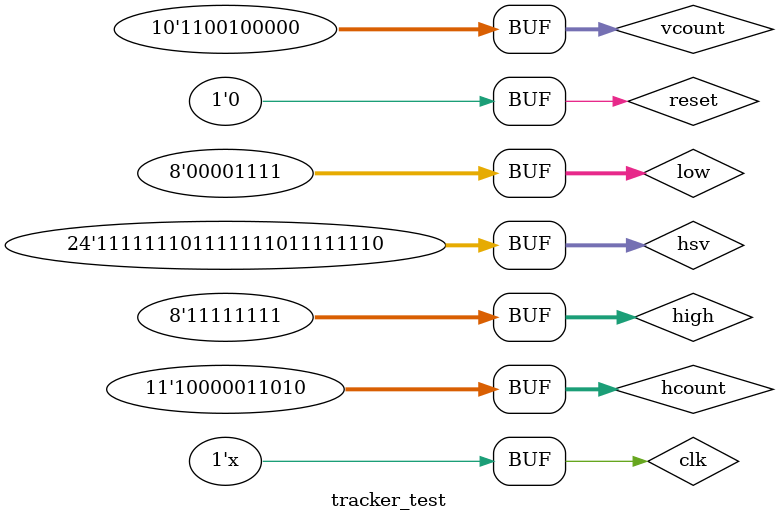
<source format=v>
`timescale 1ns / 1ps


module tracker_test;

	// Inputs
	reg clk;
	reg reset;
	reg [10:0] hcount;
	reg [9:0] vcount;
	reg [23:0] hsv;
	reg [7:0] low;
	reg [7:0] high;

	// Outputs
	wire [10:0] x_com;
	wire [9:0] y_com;
	wire data_ready;

	// Instantiate the Unit Under Test (UUT)
	tracker uut (
		.clk(clk), 
		.reset(reset), 
		.hcount(hcount), 
		.vcount(vcount), 
		.hsv(hsv), 
		.low(low), 
		.high(high), 
		.x_com(x_com), 
		.y_com(y_com), 
		.data_ready(data_ready)
	);
	
	always #5 clk = !clk;

	initial begin
		// Initialize Inputs
		clk = 0;
		reset = 0;
		hcount = 1100;
		vcount = 0;
		hsv = 24'b1111_1110_1111_1110_1111_1110;
		low = 8'b0000_1111;
		high = 8'b1111_1111;

		// Wait 100 ns for global reset to finish
		#100;
        
		// Add stimulus here
		hcount = 0;
		#10;
		hcount = 1;
		#10;
		hcount = 2;
		#10;
		hcount = 10;
		#10;
		hcount = 600;
		vcount = 500;
		#10;
		hcount = 200;
		#10;
		hcount = 11'd1050;
		vcount = 10'd800;

	end
      
endmodule


</source>
